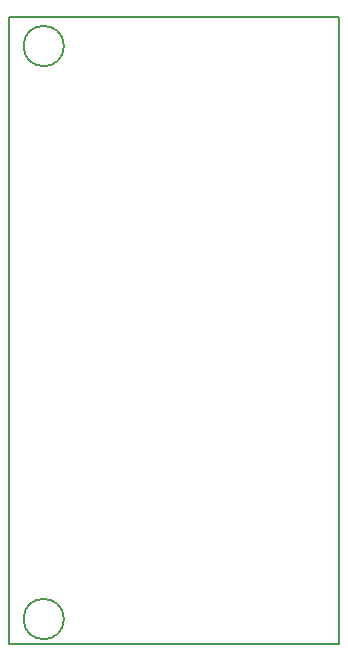
<source format=gbr>
G04 #@! TF.FileFunction,Profile,NP*
%FSLAX46Y46*%
G04 Gerber Fmt 4.6, Leading zero omitted, Abs format (unit mm)*
G04 Created by KiCad (PCBNEW 4.0.4-stable) date 04/06/17 15:32:41*
%MOMM*%
%LPD*%
G01*
G04 APERTURE LIST*
%ADD10C,0.100000*%
%ADD11C,0.150000*%
G04 APERTURE END LIST*
D10*
D11*
X132897249Y-96456500D02*
G75*
G03X132897249Y-96456500I-1706249J0D01*
G01*
X132897249Y-144970500D02*
G75*
G03X132897249Y-144970500I-1706249J0D01*
G01*
X128270000Y-143510000D02*
X128270000Y-147116800D01*
X156210000Y-147116800D02*
X128270000Y-147116800D01*
X156210000Y-143510000D02*
X156210000Y-147116800D01*
X128270000Y-143510000D02*
X128270000Y-93980000D01*
X156210000Y-93980000D02*
X156210000Y-143510000D01*
X128270000Y-93980000D02*
X156210000Y-93980000D01*
M02*

</source>
